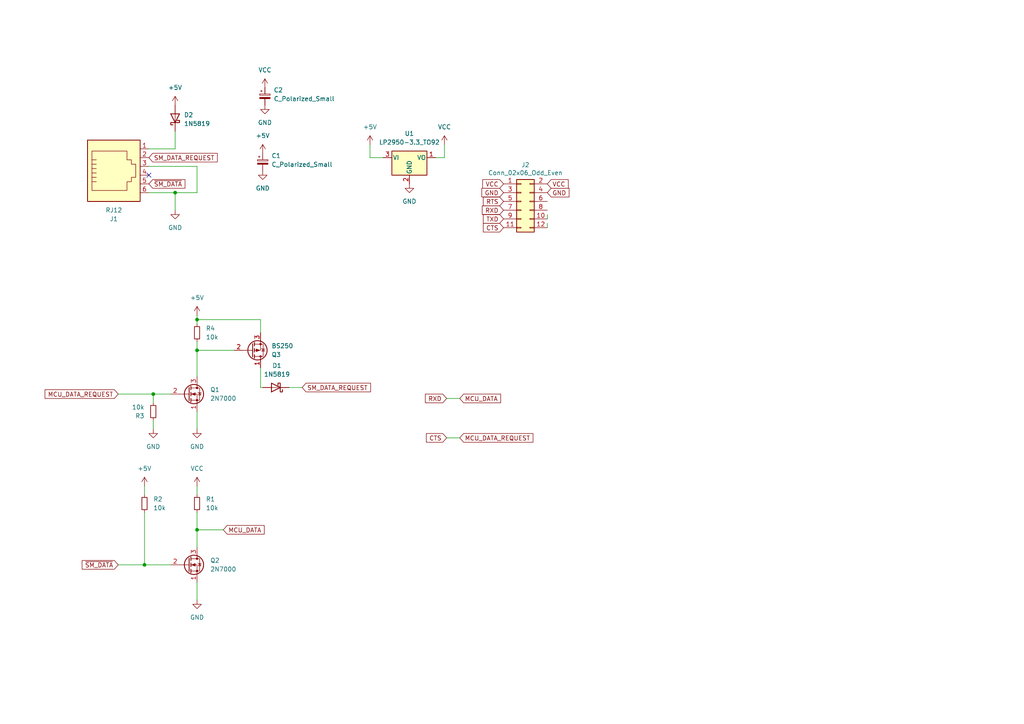
<source format=kicad_sch>
(kicad_sch (version 20230121) (generator eeschema)
  (paper "A4")
  (lib_symbols
    (symbol "Connector:RJ12" (pin_names (offset 1.016))
      (property "Reference" "J" (at -5.08 11.43 0))
      (property "Value" "RJ12" (at 2.54 11.43 0))
      (symbol "RJ12_0_1"
        (polyline (pts (xy -6.35 -1.905) (xy -5.08 -1.905) (xy -5.08 -1.905)))
        (polyline (pts (xy -6.35 -0.635) (xy -5.08 -0.635) (xy -5.08 -0.635)))
        (polyline (pts (xy -6.35 0.635) (xy -5.08 0.635) (xy -5.08 0.635)))
        (polyline (pts (xy -6.35 1.905) (xy -5.08 1.905) (xy -5.08 1.905)))
        (polyline (pts (xy -6.35 3.175) (xy -5.08 3.175) (xy -5.08 3.175)))
        (polyline (pts (xy -5.08 4.445) (xy -6.35 4.445) (xy -6.35 4.445)))
        (polyline (pts (xy -6.35 -4.445) (xy -6.35 6.985) (xy 3.81 6.985) (xy 3.81 4.445) (xy 5.08 4.445) (xy 5.08 3.175) (xy 6.35 3.175) (xy 6.35 -0.635) (xy 5.08 -0.635) (xy 5.08 -1.905) (xy 3.81 -1.905) (xy 3.81 -4.445) (xy -6.35 -4.445) (xy -6.35 -4.445)))
        (rectangle (start 7.62 10.16) (end -7.62 -7.62) (stroke (width 0.254)) (fill (type background)))
      )
      (symbol "RJ12_1_1"
        (pin passive line (at 10.16 -5.08 180) (length 2.54) (name "~") (number "1"))
        (pin passive line (at 10.16 -2.54 180) (length 2.54) (name "~") (number "2"))
        (pin passive line (at 10.16 0 180) (length 2.54) (name "~") (number "3"))
        (pin passive line (at 10.16 2.54 180) (length 2.54) (name "~") (number "4"))
        (pin passive line (at 10.16 5.08 180) (length 2.54) (name "~") (number "5"))
        (pin passive line (at 10.16 7.62 180) (length 2.54) (name "~") (number "6"))
      )
    )
    (symbol "Connector_Generic:Conn_02x06_Odd_Even" (pin_names (offset 1.016) hide)
      (property "Reference" "J" (at 1.27 7.62 0))
      (property "Value" "Conn_02x06_Odd_Even" (at 1.27 -10.16 0))
      (symbol "Conn_02x06_Odd_Even_1_1"
        (rectangle (start -1.27 -7.493) (end 0 -7.747) (stroke (width 0.1524)))
        (rectangle (start -1.27 -4.953) (end 0 -5.207) (stroke (width 0.1524)))
        (rectangle (start -1.27 -2.413) (end 0 -2.667) (stroke (width 0.1524)))
        (rectangle (start -1.27 0.127) (end 0 -0.127) (stroke (width 0.1524)))
        (rectangle (start -1.27 2.667) (end 0 2.413) (stroke (width 0.1524)))
        (rectangle (start -1.27 5.207) (end 0 4.953) (stroke (width 0.1524)))
        (rectangle (start -1.27 6.35) (end 3.81 -8.89) (stroke (width 0.254)) (fill (type background)))
        (rectangle (start 3.81 -7.493) (end 2.54 -7.747) (stroke (width 0.1524)))
        (rectangle (start 3.81 -4.953) (end 2.54 -5.207) (stroke (width 0.1524)))
        (rectangle (start 3.81 -2.413) (end 2.54 -2.667) (stroke (width 0.1524)))
        (rectangle (start 3.81 0.127) (end 2.54 -0.127) (stroke (width 0.1524)))
        (rectangle (start 3.81 2.667) (end 2.54 2.413) (stroke (width 0.1524)))
        (rectangle (start 3.81 5.207) (end 2.54 4.953) (stroke (width 0.1524)))
        (pin passive line (at -5.08 5.08 0) (length 3.81) (name "Pin_1") (number "1"))
        (pin passive line (at 7.62 -5.08 180) (length 3.81) (name "Pin_10") (number "10"))
        (pin passive line (at -5.08 -7.62 0) (length 3.81) (name "Pin_11") (number "11"))
        (pin passive line (at 7.62 -7.62 180) (length 3.81) (name "Pin_12") (number "12"))
        (pin passive line (at 7.62 5.08 180) (length 3.81) (name "Pin_2") (number "2"))
        (pin passive line (at -5.08 2.54 0) (length 3.81) (name "Pin_3") (number "3"))
        (pin passive line (at 7.62 2.54 180) (length 3.81) (name "Pin_4") (number "4"))
        (pin passive line (at -5.08 0 0) (length 3.81) (name "Pin_5") (number "5"))
        (pin passive line (at 7.62 0 180) (length 3.81) (name "Pin_6") (number "6"))
        (pin passive line (at -5.08 -2.54 0) (length 3.81) (name "Pin_7") (number "7"))
        (pin passive line (at 7.62 -2.54 180) (length 3.81) (name "Pin_8") (number "8"))
        (pin passive line (at -5.08 -5.08 0) (length 3.81) (name "Pin_9") (number "9"))
      )
    )
    (symbol "Device:C_Polarized_Small" (pin_numbers hide) (pin_names (offset 0.254) hide)
      (property "Reference" "C" (at 0.254 1.778 0))
      (property "Value" "C_Polarized_Small" (at 0.254 -2.032 0))
      (symbol "C_Polarized_Small_0_1"
        (rectangle (start -1.524 -0.3048) (end 1.524 -0.6858) (fill (type outline)))
        (rectangle (start -1.524 0.6858) (end 1.524 0.3048))
        (polyline (pts (xy -1.27 1.524) (xy -0.762 1.524)))
        (polyline (pts (xy -1.016 1.27) (xy -1.016 1.778)))
      )
      (symbol "C_Polarized_Small_1_1"
        (pin passive line (at 0 2.54 270) (length 1.8542) (name "~") (number "1"))
        (pin passive line (at 0 -2.54 90) (length 1.8542) (name "~") (number "2"))
      )
    )
    (symbol "Device:R_Small" (pin_numbers hide) (pin_names (offset 0.254) hide)
      (property "Reference" "R" (at 0.762 0.508 0))
      (property "Value" "R_Small" (at 0.762 -1.016 0))
      (symbol "R_Small_0_1"
        (rectangle (start -0.762 1.778) (end 0.762 -1.778) (stroke (width 0.2032)))
      )
      (symbol "R_Small_1_1"
        (pin passive line (at 0 2.54 270) (length 0.762) (name "~") (number "1"))
        (pin passive line (at 0 -2.54 90) (length 0.762) (name "~") (number "2"))
      )
    )
    (symbol "Diode:1N5819" (pin_numbers hide) (pin_names (offset 1.016) hide)
      (property "Reference" "D" (at 0 2.54 0))
      (property "Value" "1N5819" (at 0 -2.54 0))
      (symbol "1N5819_0_1"
        (polyline (pts (xy 1.27 0) (xy -1.27 0)))
        (polyline (pts (xy 1.27 1.27) (xy 1.27 -1.27) (xy -1.27 0) (xy 1.27 1.27)) (stroke (width 0.254)))
        (polyline (pts (xy -1.905 0.635) (xy -1.905 1.27) (xy -1.27 1.27) (xy -1.27 -1.27) (xy -0.635 -1.27) (xy -0.635 -0.635)) (stroke (width 0.254)))
      )
      (symbol "1N5819_1_1"
        (pin passive line (at -3.81 0 0) (length 2.54) (name "K") (number "1"))
        (pin passive line (at 3.81 0 180) (length 2.54) (name "A") (number "2"))
      )
    )
    (symbol "Regulator_Linear:LP2950-3.3_TO92" (pin_names (offset 0.254))
      (property "Reference" "U" (at -3.81 3.175 0))
      (property "Value" "LP2950-3.3_TO92" (at 0 3.175 0))
      (symbol "LP2950-3.3_TO92_0_1"
        (rectangle (start -5.08 -5.08) (end 5.08 1.905) (stroke (width 0.254)) (fill (type background)))
      )
      (symbol "LP2950-3.3_TO92_1_1"
        (pin power_out line (at 7.62 0 180) (length 2.54) (name "VO") (number "1"))
        (pin power_in line (at 0 -7.62 90) (length 2.54) (name "GND") (number "2"))
        (pin power_in line (at -7.62 0 0) (length 2.54) (name "VI") (number "3"))
      )
    )
    (symbol "Transistor_FET:2N7000" (pin_names hide)
      (property "Reference" "Q" (at 5.08 1.905 0))
      (property "Value" "2N7000" (at 5.08 0 0))
      (symbol "2N7000_0_1"
        (polyline (pts (xy 0.254 0) (xy -2.54 0)))
        (polyline (pts (xy 0.254 1.905) (xy 0.254 -1.905)) (stroke (width 0.254)))
        (polyline (pts (xy 0.762 -1.27) (xy 0.762 -2.286)) (stroke (width 0.254)))
        (polyline (pts (xy 0.762 0.508) (xy 0.762 -0.508)) (stroke (width 0.254)))
        (polyline (pts (xy 0.762 2.286) (xy 0.762 1.27)) (stroke (width 0.254)))
        (polyline (pts (xy 2.54 2.54) (xy 2.54 1.778)))
        (polyline (pts (xy 2.54 -2.54) (xy 2.54 0) (xy 0.762 0)))
        (polyline (pts (xy 0.762 -1.778) (xy 3.302 -1.778) (xy 3.302 1.778) (xy 0.762 1.778)))
        (polyline (pts (xy 1.016 0) (xy 2.032 0.381) (xy 2.032 -0.381) (xy 1.016 0)) (fill (type outline)))
        (polyline (pts (xy 2.794 0.508) (xy 2.921 0.381) (xy 3.683 0.381) (xy 3.81 0.254)))
        (polyline (pts (xy 3.302 0.381) (xy 2.921 -0.254) (xy 3.683 -0.254) (xy 3.302 0.381)))
        (circle (center 1.651 0) (radius 2.794) (stroke (width 0.254)))
        (circle (center 2.54 -1.778) (radius 0.254) (fill (type outline)))
        (circle (center 2.54 1.778) (radius 0.254) (fill (type outline)))
      )
      (symbol "2N7000_1_1"
        (pin passive line (at 2.54 -5.08 90) (length 2.54) (name "S") (number "1"))
        (pin input line (at -5.08 0 0) (length 2.54) (name "G") (number "2"))
        (pin passive line (at 2.54 5.08 270) (length 2.54) (name "D") (number "3"))
      )
    )
    (symbol "Transistor_FET:BS250" (pin_names hide)
      (property "Reference" "Q" (at 5.08 1.905 0))
      (property "Value" "BS250" (at 5.08 0 0))
      (symbol "BS250_0_1"
        (polyline (pts (xy 0.254 0) (xy -2.54 0)))
        (polyline (pts (xy 0.254 1.905) (xy 0.254 -1.905)) (stroke (width 0.254)))
        (polyline (pts (xy 0.762 -1.27) (xy 0.762 -2.286)) (stroke (width 0.254)))
        (polyline (pts (xy 0.762 0.508) (xy 0.762 -0.508)) (stroke (width 0.254)))
        (polyline (pts (xy 0.762 2.286) (xy 0.762 1.27)) (stroke (width 0.254)))
        (polyline (pts (xy 2.54 2.54) (xy 2.54 1.778)))
        (polyline (pts (xy 2.54 -2.54) (xy 2.54 0) (xy 0.762 0)))
        (polyline (pts (xy 0.762 1.778) (xy 3.302 1.778) (xy 3.302 -1.778) (xy 0.762 -1.778)))
        (polyline (pts (xy 2.286 0) (xy 1.27 0.381) (xy 1.27 -0.381) (xy 2.286 0)) (fill (type outline)))
        (polyline (pts (xy 2.794 -0.508) (xy 2.921 -0.381) (xy 3.683 -0.381) (xy 3.81 -0.254)))
        (polyline (pts (xy 3.302 -0.381) (xy 2.921 0.254) (xy 3.683 0.254) (xy 3.302 -0.381)))
        (circle (center 1.651 0) (radius 2.794) (stroke (width 0.254)))
        (circle (center 2.54 -1.778) (radius 0.254) (fill (type outline)))
        (circle (center 2.54 1.778) (radius 0.254) (fill (type outline)))
      )
      (symbol "BS250_1_1"
        (pin passive line (at 2.54 5.08 270) (length 2.54) (name "D") (number "1"))
        (pin input line (at -5.08 0 0) (length 2.54) (name "G") (number "2"))
        (pin passive line (at 2.54 -5.08 90) (length 2.54) (name "S") (number "3"))
      )
    )
    (symbol "power:+5V" (power) (pin_names (offset 0))
      (property "Value" "+5V" (at 0 3.556 0))
      (symbol "+5V_0_1"
        (polyline (pts (xy -0.762 1.27) (xy 0 2.54)))
        (polyline (pts (xy 0 0) (xy 0 2.54)))
        (polyline (pts (xy 0 2.54) (xy 0.762 1.27)))
      )
      (symbol "+5V_1_1"
        (pin power_in line (at 0 0 90) (length 0) hide (name "+5V") (number "1"))
      )
    )
    (symbol "power:GND" (power) (pin_names (offset 0))
      (property "Value" "GND" (at 0 -3.81 0))
      (symbol "GND_0_1"
        (polyline (pts (xy 0 0) (xy 0 -1.27) (xy 1.27 -1.27) (xy 0 -2.54) (xy -1.27 -1.27) (xy 0 -1.27)))
      )
      (symbol "GND_1_1"
        (pin power_in line (at 0 0 270) (length 0) hide (name "GND") (number "1"))
      )
    )
    (symbol "power:VCC" (power) (pin_names (offset 0))
      (property "Value" "VCC" (at 0 3.81 0))
      (symbol "VCC_0_1"
        (polyline (pts (xy -0.762 1.27) (xy 0 2.54)))
        (polyline (pts (xy 0 0) (xy 0 2.54)))
        (polyline (pts (xy 0 2.54) (xy 0.762 1.27)))
      )
      (symbol "VCC_1_1"
        (pin power_in line (at 0 0 90) (length 0) hide (name "VCC") (number "1"))
      )
    )
  )
  (junction (at 57.15 92.71))
  (junction (at 41.91 163.83))
  (junction (at 44.45 114.3))
  (junction (at 57.15 153.67))
  (junction (at 50.8 55.88))
  (junction (at 57.15 101.6))
  (no_connect (at 43.18 50.8))
  (wire (pts (xy 158.75 64.77) (xy 158.75 66.04)))
  (wire (pts (xy 50.8 43.18) (xy 50.8 38.1)))
  (wire (pts (xy 158.75 62.23) (xy 158.75 63.5)))
  (wire (pts (xy 75.565 92.71) (xy 57.15 92.71)))
  (wire (pts (xy 50.8 55.88) (xy 50.8 60.96)))
  (wire (pts (xy 57.15 55.88) (xy 50.8 55.88)))
  (wire (pts (xy 75.565 96.52) (xy 75.565 92.71)))
  (wire (pts (xy 41.91 163.83) (xy 49.53 163.83)))
  (wire (pts (xy 44.45 114.3) (xy 44.45 116.84)))
  (wire (pts (xy 107.315 45.72) (xy 111.125 45.72)))
  (wire (pts (xy 75.565 106.68) (xy 75.565 112.395)))
  (wire (pts (xy 44.45 124.46) (xy 44.45 121.92)))
  (wire (pts (xy 129.54 127) (xy 133.35 127)))
  (wire (pts (xy 41.91 148.59) (xy 41.91 163.83)))
  (wire (pts (xy 57.15 99.06) (xy 57.15 101.6)))
  (wire (pts (xy 57.15 92.71) (xy 57.15 93.98)))
  (wire (pts (xy 34.29 163.83) (xy 41.91 163.83)))
  (wire (pts (xy 41.91 140.97) (xy 41.91 143.51)))
  (wire (pts (xy 43.18 48.26) (xy 57.15 48.26)))
  (wire (pts (xy 57.15 148.59) (xy 57.15 153.67)))
  (wire (pts (xy 57.15 101.6) (xy 57.15 109.22)))
  (wire (pts (xy 128.905 45.72) (xy 128.905 41.91)))
  (wire (pts (xy 107.315 41.91) (xy 107.315 45.72)))
  (wire (pts (xy 57.15 153.67) (xy 57.15 158.75)))
  (wire (pts (xy 34.29 114.3) (xy 44.45 114.3)))
  (wire (pts (xy 43.18 43.18) (xy 50.8 43.18)))
  (wire (pts (xy 57.15 48.26) (xy 57.15 55.88)))
  (wire (pts (xy 57.15 140.97) (xy 57.15 143.51)))
  (wire (pts (xy 126.365 45.72) (xy 128.905 45.72)))
  (wire (pts (xy 75.565 112.395) (xy 76.2 112.395)))
  (wire (pts (xy 57.15 153.67) (xy 64.77 153.67)))
  (wire (pts (xy 57.15 168.91) (xy 57.15 173.99)))
  (wire (pts (xy 57.15 101.6) (xy 67.945 101.6)))
  (wire (pts (xy 43.18 55.88) (xy 50.8 55.88)))
  (wire (pts (xy 44.45 114.3) (xy 49.53 114.3)))
  (wire (pts (xy 83.82 112.395) (xy 87.63 112.395)))
  (wire (pts (xy 57.15 91.44) (xy 57.15 92.71)))
  (wire (pts (xy 129.54 115.57) (xy 133.35 115.57)))
  (wire (pts (xy 57.15 119.38) (xy 57.15 124.46)))
  (global_label "MCU_DATA" (shape input) (at 133.35 115.57 0) (property "Intersheetrefs" "${INTERSHEET_REFS}" (effects hide)))
  (global_label "~{SM_DATA}" (shape input) (at 34.29 163.83 180) (property "Intersheetrefs" "${INTERSHEET_REFS}" (effects hide)))
  (global_label "SM_DATA_REQUEST" (shape input) (at 87.63 112.395 0) (property "Intersheetrefs" "${INTERSHEET_REFS}" (effects hide)))
  (global_label "VCC" (shape input) (at 146.05 53.34 180) (property "Intersheetrefs" "${INTERSHEET_REFS}" (effects hide)) (property "Intersheet-verwijzingen" "${INTERSHEET_REFS}" (effects hide)))
  (global_label "TXD" (shape input) (at 146.05 63.5 180) (property "Intersheetrefs" "${INTERSHEET_REFS}" (effects hide)))
  (global_label "GND" (shape input) (at 158.75 55.88 0) (property "Intersheetrefs" "${INTERSHEET_REFS}" (effects hide)) (property "Intersheet-verwijzingen" "${INTERSHEET_REFS}" (effects hide)))
  (global_label "CTS" (shape input) (at 146.05 66.04 180) (property "Intersheetrefs" "${INTERSHEET_REFS}" (effects hide)))
  (global_label "MCU_DATA_REQUEST" (shape input) (at 34.29 114.3 180) (property "Intersheetrefs" "${INTERSHEET_REFS}" (effects hide)))
  (global_label "MCU_DATA" (shape input) (at 64.77 153.67 0) (property "Intersheetrefs" "${INTERSHEET_REFS}" (effects hide)))
  (global_label "RXD" (shape input) (at 129.54 115.57 180) (property "Intersheetrefs" "${INTERSHEET_REFS}" (effects hide)))
  (global_label "VCC" (shape input) (at 158.75 53.34 0) (property "Intersheetrefs" "${INTERSHEET_REFS}" (effects hide)) (property "Intersheet-verwijzingen" "${INTERSHEET_REFS}" (effects hide)))
  (global_label "RTS" (shape input) (at 146.05 58.42 180) (property "Intersheetrefs" "${INTERSHEET_REFS}" (effects hide)))
  (global_label "SM_DATA_REQUEST" (shape input) (at 43.18 45.72 0) (property "Intersheetrefs" "${INTERSHEET_REFS}" (effects hide)))
  (global_label "CTS" (shape input) (at 129.54 127 180) (property "Intersheetrefs" "${INTERSHEET_REFS}" (effects hide)))
  (global_label "MCU_DATA_REQUEST" (shape input) (at 133.35 127 0) (property "Intersheetrefs" "${INTERSHEET_REFS}" (effects hide)))
  (global_label "~{SM_DATA}" (shape input) (at 43.18 53.34 0) (property "Intersheetrefs" "${INTERSHEET_REFS}" (effects hide)))
  (global_label "RXD" (shape input) (at 146.05 60.96 180) (property "Intersheetrefs" "${INTERSHEET_REFS}" (effects hide)))
  (global_label "GND" (shape input) (at 146.05 55.88 180) (property "Intersheetrefs" "${INTERSHEET_REFS}" (effects hide)) (property "Intersheet-verwijzingen" "${INTERSHEET_REFS}" (effects hide)))
  (symbol (lib_id "power:+5V") (at 41.91 140.97 0) (unit 1)
    (property "Reference" "#PWR06" (effects hide))
    (property "Value" "+5V" (at 41.91 135.89 0))
  )
  (symbol (lib_id "power:GND") (at 118.745 53.34 0) (unit 1)
    (property "Reference" "#PWR012" (effects hide))
    (property "Value" "GND" (at 118.745 58.42 0))
  )
  (symbol (lib_id "power:GND") (at 50.8 60.96 0) (unit 1)
    (property "Reference" "#PWR02" (effects hide))
    (property "Value" "GND" (at 50.8 66.04 0))
  )
  (symbol (lib_id "Transistor_FET:BS250") (at 73.025 101.6 0) (mirror x) (unit 1)
    (property "Reference" "Q3" (at 78.74 102.87 0) (effects (justify left)))
    (property "Value" "BS250" (at 78.74 100.33 0) (effects (justify left)))
    (property "Footprint" "Package_TO_SOT_THT:TO-92_Inline" (effects hide))
    (property "Datasheet" "http://www.vishay.com/docs/70209/70209.pdf" (effects hide))
  )
  (symbol (lib_id "Regulator_Linear:LP2950-3.3_TO92") (at 118.745 45.72 0) (unit 1)
    (property "Reference" "U1" (at 118.745 38.735 0))
    (property "Value" "LP2950-3.3_TO92" (at 118.745 41.275 0))
    (property "Footprint" "Package_TO_SOT_THT:TO-92_Inline" (effects hide))
    (property "Datasheet" "http://www.ti.com/lit/ds/symlink/lp2950.pdf" (effects hide))
  )
  (symbol (lib_id "power:GND") (at 76.2 49.53 0) (unit 1)
    (property "Reference" "#PWR011" (effects hide))
    (property "Value" "GND" (at 76.2 54.61 0))
  )
  (symbol (lib_id "Connector_Generic:Conn_02x06_Odd_Even") (at 151.13 58.42 0) (unit 1)
    (property "Reference" "J2" (at 152.4 47.8282 0))
    (property "Value" "Conn_02x06_Odd_Even" (at 152.4 50.1396 0))
    (property "Footprint" "Connector_PinHeader_2.54mm:PinHeader_2x06_P2.54mm_Horizontal" (effects hide))
  )
  (symbol (lib_id "Diode:1N5819") (at 80.01 112.395 180) (unit 1)
    (property "Reference" "D1" (at 80.3275 106.045 0))
    (property "Value" "1N5819" (at 80.3275 108.585 0))
    (property "Footprint" "Diode_THT:D_DO-41_SOD81_P3.81mm_Vertical_AnodeUp" (effects hide))
    (property "Datasheet" "http://www.vishay.com/docs/88525/1n5817.pdf" (effects hide))
  )
  (symbol (lib_id "power:+5V") (at 50.8 30.48 0) (unit 1)
    (property "Reference" "#PWR01" (effects hide))
    (property "Value" "+5V" (at 50.8 25.4 0))
  )
  (symbol (lib_id "Transistor_FET:2N7000") (at 54.61 114.3 0) (unit 1)
    (property "Reference" "Q1" (at 60.96 113.03 0) (effects (justify left)))
    (property "Value" "2N7000" (at 60.96 115.57 0) (effects (justify left)))
    (property "Footprint" "Package_TO_SOT_THT:TO-92_Inline" (effects hide))
    (property "Datasheet" "https://www.vishay.com/docs/70226/70226.pdf" (effects hide))
  )
  (symbol (lib_id "power:GND") (at 57.15 173.99 0) (unit 1)
    (property "Reference" "#PWR04" (effects hide))
    (property "Value" "GND" (at 57.15 179.07 0))
  )
  (symbol (lib_id "power:VCC") (at 128.905 41.91 0) (unit 1)
    (property "Reference" "#PWR013" (effects hide))
    (property "Value" "VCC" (at 128.905 36.83 0))
  )
  (symbol (lib_id "Device:R_Small") (at 57.15 96.52 0) (unit 1)
    (property "Reference" "R4" (at 59.69 95.25 0) (effects (justify left)))
    (property "Value" "10k" (at 59.69 97.79 0) (effects (justify left)))
    (property "Footprint" "Resistor_THT:R_Axial_DIN0207_L6.3mm_D2.5mm_P10.16mm_Horizontal" (effects hide))
  )
  (symbol (lib_id "power:VCC") (at 76.835 25.4 0) (unit 1)
    (property "Reference" "#PWR014" (effects hide))
    (property "Value" "VCC" (at 76.835 20.32 0))
  )
  (symbol (lib_id "power:+5V") (at 107.315 41.91 0) (unit 1)
    (property "Reference" "#PWR08" (effects hide))
    (property "Value" "+5V" (at 107.315 36.83 0))
  )
  (symbol (lib_id "Device:R_Small") (at 44.45 119.38 180) (unit 1)
    (property "Reference" "R3" (at 41.91 120.65 0) (effects (justify left)))
    (property "Value" "10k" (at 41.91 118.11 0) (effects (justify left)))
    (property "Footprint" "Resistor_THT:R_Axial_DIN0207_L6.3mm_D2.5mm_P10.16mm_Horizontal" (effects hide))
  )
  (symbol (lib_id "Device:C_Polarized_Small") (at 76.2 46.99 0) (unit 1)
    (property "Reference" "C1" (at 78.74 45.1739 0) (effects (justify left)))
    (property "Value" "C_Polarized_Small" (at 78.74 47.7139 0) (effects (justify left)))
    (property "Footprint" "Capacitor_THT:CP_Radial_D8.0mm_P2.50mm" (effects hide))
  )
  (symbol (lib_id "power:GND") (at 44.45 124.46 0) (unit 1)
    (property "Reference" "#PWR09" (effects hide))
    (property "Value" "GND" (at 44.45 129.54 0))
  )
  (symbol (lib_id "Device:C_Polarized_Small") (at 76.835 27.94 0) (unit 1)
    (property "Reference" "C2" (at 79.375 26.1239 0) (effects (justify left)))
    (property "Value" "C_Polarized_Small" (at 79.375 28.6639 0) (effects (justify left)))
    (property "Footprint" "Capacitor_THT:CP_Radial_D8.0mm_P2.50mm" (effects hide))
  )
  (symbol (lib_id "Connector:RJ12") (at 33.02 48.26 0) (mirror x) (unit 1)
    (property "Reference" "J1" (at 33.02 63.5 0))
    (property "Value" "RJ12" (at 33.02 60.96 0))
    (property "Footprint" "AvS_Connector:RJ12" (effects hide))
  )
  (symbol (lib_id "power:GND") (at 57.15 124.46 0) (unit 1)
    (property "Reference" "#PWR010" (effects hide))
    (property "Value" "GND" (at 57.15 129.54 0))
  )
  (symbol (lib_id "power:+5V") (at 76.2 44.45 0) (unit 1)
    (property "Reference" "#PWR05" (effects hide))
    (property "Value" "+5V" (at 76.2 39.37 0))
  )
  (symbol (lib_id "Diode:1N5819") (at 50.8 34.29 90) (unit 1)
    (property "Reference" "D2" (at 53.34 33.3375 90) (effects (justify right)))
    (property "Value" "1N5819" (at 53.34 35.8775 90) (effects (justify right)))
    (property "Footprint" "Diode_THT:D_DO-41_SOD81_P3.81mm_Vertical_AnodeUp" (effects hide))
    (property "Datasheet" "http://www.vishay.com/docs/88525/1n5817.pdf" (effects hide))
  )
  (symbol (lib_id "Device:R_Small") (at 57.15 146.05 0) (unit 1)
    (property "Reference" "R1" (at 59.69 144.78 0) (effects (justify left)))
    (property "Value" "10k" (at 59.69 147.32 0) (effects (justify left)))
    (property "Footprint" "Resistor_THT:R_Axial_DIN0207_L6.3mm_D2.5mm_P10.16mm_Horizontal" (effects hide))
  )
  (symbol (lib_id "power:GND") (at 76.835 30.48 0) (unit 1)
    (property "Reference" "#PWR015" (effects hide))
    (property "Value" "GND" (at 76.835 35.56 0))
  )
  (symbol (lib_id "power:VCC") (at 57.15 140.97 0) (unit 1)
    (property "Reference" "#PWR07" (effects hide))
    (property "Value" "VCC" (at 57.15 135.89 0))
  )
  (symbol (lib_id "Device:R_Small") (at 41.91 146.05 0) (unit 1)
    (property "Reference" "R2" (at 44.45 144.78 0) (effects (justify left)))
    (property "Value" "10k" (at 44.45 147.32 0) (effects (justify left)))
    (property "Footprint" "Resistor_THT:R_Axial_DIN0207_L6.3mm_D2.5mm_P10.16mm_Horizontal" (effects hide))
  )
  (symbol (lib_id "power:+5V") (at 57.15 91.44 0) (unit 1)
    (property "Reference" "#PWR03" (effects hide))
    (property "Value" "+5V" (at 57.15 86.36 0))
  )
  (symbol (lib_id "Transistor_FET:2N7000") (at 54.61 163.83 0) (unit 1)
    (property "Reference" "Q2" (at 60.96 162.56 0) (effects (justify left)))
    (property "Value" "2N7000" (at 60.96 165.1 0) (effects (justify left)))
    (property "Footprint" "Package_TO_SOT_THT:TO-92_Inline" (effects hide))
    (property "Datasheet" "https://www.vishay.com/docs/70226/70226.pdf" (effects hide))
  )
)
</source>
